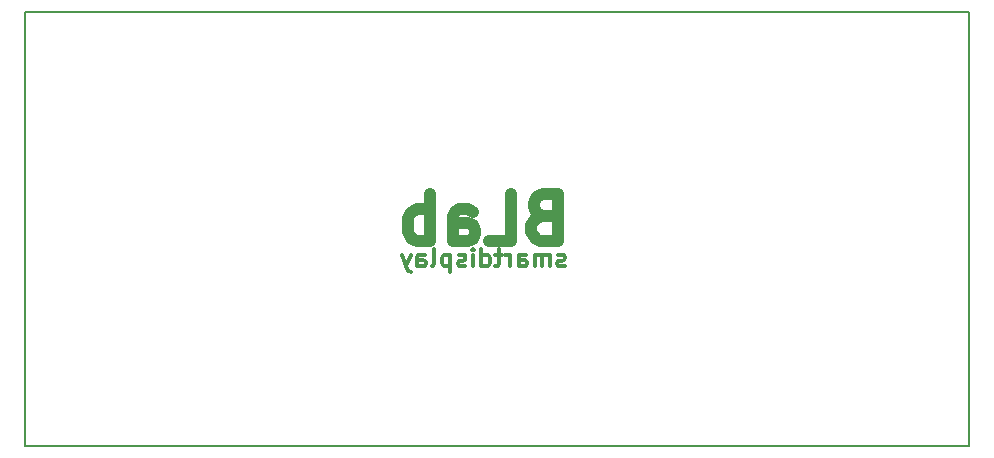
<source format=gbr>
%TF.GenerationSoftware,KiCad,Pcbnew,(5.1.8)-1*%
%TF.CreationDate,2021-08-10T17:59:01+08:00*%
%TF.ProjectId,smartdisplay,736d6172-7464-4697-9370-6c61792e6b69,rev?*%
%TF.SameCoordinates,Original*%
%TF.FileFunction,Legend,Bot*%
%TF.FilePolarity,Positive*%
%FSLAX46Y46*%
G04 Gerber Fmt 4.6, Leading zero omitted, Abs format (unit mm)*
G04 Created by KiCad (PCBNEW (5.1.8)-1) date 2021-08-10 17:59:01*
%MOMM*%
%LPD*%
G01*
G04 APERTURE LIST*
%ADD10C,0.300000*%
%ADD11C,1.000000*%
%ADD12C,0.150000*%
G04 APERTURE END LIST*
D10*
X164157142Y-83107142D02*
X164014285Y-83178571D01*
X163728571Y-83178571D01*
X163585714Y-83107142D01*
X163514285Y-82964285D01*
X163514285Y-82892857D01*
X163585714Y-82750000D01*
X163728571Y-82678571D01*
X163942857Y-82678571D01*
X164085714Y-82607142D01*
X164157142Y-82464285D01*
X164157142Y-82392857D01*
X164085714Y-82250000D01*
X163942857Y-82178571D01*
X163728571Y-82178571D01*
X163585714Y-82250000D01*
X162871428Y-83178571D02*
X162871428Y-82178571D01*
X162871428Y-82321428D02*
X162800000Y-82250000D01*
X162657142Y-82178571D01*
X162442857Y-82178571D01*
X162300000Y-82250000D01*
X162228571Y-82392857D01*
X162228571Y-83178571D01*
X162228571Y-82392857D02*
X162157142Y-82250000D01*
X162014285Y-82178571D01*
X161800000Y-82178571D01*
X161657142Y-82250000D01*
X161585714Y-82392857D01*
X161585714Y-83178571D01*
X160228571Y-83178571D02*
X160228571Y-82392857D01*
X160300000Y-82250000D01*
X160442857Y-82178571D01*
X160728571Y-82178571D01*
X160871428Y-82250000D01*
X160228571Y-83107142D02*
X160371428Y-83178571D01*
X160728571Y-83178571D01*
X160871428Y-83107142D01*
X160942857Y-82964285D01*
X160942857Y-82821428D01*
X160871428Y-82678571D01*
X160728571Y-82607142D01*
X160371428Y-82607142D01*
X160228571Y-82535714D01*
X159514285Y-83178571D02*
X159514285Y-82178571D01*
X159514285Y-82464285D02*
X159442857Y-82321428D01*
X159371428Y-82250000D01*
X159228571Y-82178571D01*
X159085714Y-82178571D01*
X158800000Y-82178571D02*
X158228571Y-82178571D01*
X158585714Y-81678571D02*
X158585714Y-82964285D01*
X158514285Y-83107142D01*
X158371428Y-83178571D01*
X158228571Y-83178571D01*
X157085714Y-83178571D02*
X157085714Y-81678571D01*
X157085714Y-83107142D02*
X157228571Y-83178571D01*
X157514285Y-83178571D01*
X157657142Y-83107142D01*
X157728571Y-83035714D01*
X157800000Y-82892857D01*
X157800000Y-82464285D01*
X157728571Y-82321428D01*
X157657142Y-82250000D01*
X157514285Y-82178571D01*
X157228571Y-82178571D01*
X157085714Y-82250000D01*
X156371428Y-83178571D02*
X156371428Y-82178571D01*
X156371428Y-81678571D02*
X156442857Y-81750000D01*
X156371428Y-81821428D01*
X156300000Y-81750000D01*
X156371428Y-81678571D01*
X156371428Y-81821428D01*
X155728571Y-83107142D02*
X155585714Y-83178571D01*
X155300000Y-83178571D01*
X155157142Y-83107142D01*
X155085714Y-82964285D01*
X155085714Y-82892857D01*
X155157142Y-82750000D01*
X155300000Y-82678571D01*
X155514285Y-82678571D01*
X155657142Y-82607142D01*
X155728571Y-82464285D01*
X155728571Y-82392857D01*
X155657142Y-82250000D01*
X155514285Y-82178571D01*
X155300000Y-82178571D01*
X155157142Y-82250000D01*
X154442857Y-82178571D02*
X154442857Y-83678571D01*
X154442857Y-82250000D02*
X154300000Y-82178571D01*
X154014285Y-82178571D01*
X153871428Y-82250000D01*
X153800000Y-82321428D01*
X153728571Y-82464285D01*
X153728571Y-82892857D01*
X153800000Y-83035714D01*
X153871428Y-83107142D01*
X154014285Y-83178571D01*
X154300000Y-83178571D01*
X154442857Y-83107142D01*
X152871428Y-83178571D02*
X153014285Y-83107142D01*
X153085714Y-82964285D01*
X153085714Y-81678571D01*
X151657142Y-83178571D02*
X151657142Y-82392857D01*
X151728571Y-82250000D01*
X151871428Y-82178571D01*
X152157142Y-82178571D01*
X152300000Y-82250000D01*
X151657142Y-83107142D02*
X151800000Y-83178571D01*
X152157142Y-83178571D01*
X152300000Y-83107142D01*
X152371428Y-82964285D01*
X152371428Y-82821428D01*
X152300000Y-82678571D01*
X152157142Y-82607142D01*
X151800000Y-82607142D01*
X151657142Y-82535714D01*
X151085714Y-82178571D02*
X150728571Y-83178571D01*
X150371428Y-82178571D02*
X150728571Y-83178571D01*
X150871428Y-83535714D01*
X150942857Y-83607142D01*
X151085714Y-83678571D01*
D11*
X162252380Y-78914285D02*
X161680952Y-79104761D01*
X161490476Y-79295238D01*
X161300000Y-79676190D01*
X161300000Y-80247619D01*
X161490476Y-80628571D01*
X161680952Y-80819047D01*
X162061904Y-81009523D01*
X163585714Y-81009523D01*
X163585714Y-77009523D01*
X162252380Y-77009523D01*
X161871428Y-77200000D01*
X161680952Y-77390476D01*
X161490476Y-77771428D01*
X161490476Y-78152380D01*
X161680952Y-78533333D01*
X161871428Y-78723809D01*
X162252380Y-78914285D01*
X163585714Y-78914285D01*
X157680952Y-81009523D02*
X159585714Y-81009523D01*
X159585714Y-77009523D01*
X154633333Y-81009523D02*
X154633333Y-78914285D01*
X154823809Y-78533333D01*
X155204761Y-78342857D01*
X155966666Y-78342857D01*
X156347619Y-78533333D01*
X154633333Y-80819047D02*
X155014285Y-81009523D01*
X155966666Y-81009523D01*
X156347619Y-80819047D01*
X156538095Y-80438095D01*
X156538095Y-80057142D01*
X156347619Y-79676190D01*
X155966666Y-79485714D01*
X155014285Y-79485714D01*
X154633333Y-79295238D01*
X152728571Y-81009523D02*
X152728571Y-77009523D01*
X152728571Y-78533333D02*
X152347619Y-78342857D01*
X151585714Y-78342857D01*
X151204761Y-78533333D01*
X151014285Y-78723809D01*
X150823809Y-79104761D01*
X150823809Y-80247619D01*
X151014285Y-80628571D01*
X151204761Y-80819047D01*
X151585714Y-81009523D01*
X152347619Y-81009523D01*
X152728571Y-80819047D01*
D12*
X118400000Y-98400000D02*
X118400000Y-61600000D01*
X198400000Y-98400000D02*
X118400000Y-98400000D01*
X198400000Y-61600000D02*
X198400000Y-98400000D01*
X118400000Y-61600000D02*
X198400000Y-61600000D01*
M02*

</source>
